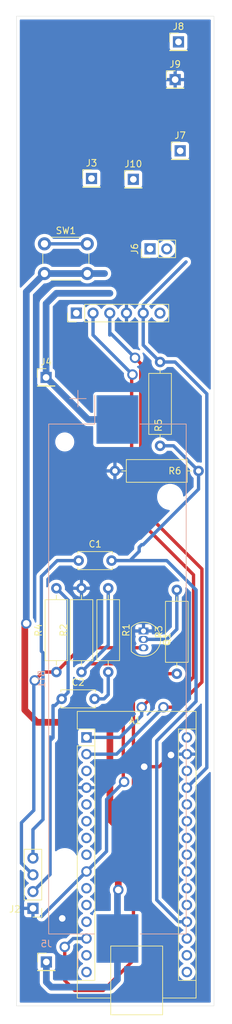
<source format=kicad_pcb>
(kicad_pcb (version 20240108) (generator "pcbnew") (generator_version "8.0")
  (layers (0 "F.Cu" signal) (31 "B.Cu" signal) (34 "B.Paste" user) (35 "F.Paste" user) (36 "B.SilkS" user "B.Silkscreen") (37 "F.SilkS" user "F.Silkscreen") (38 "B.Mask" user) (39 "F.Mask" user) (44 "Edge.Cuts" user))
  (net 0 "")
  (net 6 "Net-(A1-A0)")
  (net 7 "Net-(A1-D1{slash}TX)")
  (net 16 "Net-(A1-D0{slash}RX)")
  (net 19 "VCC")
  (net 26 "Net-(A1-D6)")
  (net 28 "Net-(A1-D10)")
  (net 29 "audio_out")
  (net 30 "audio_in")
  (net 31 "Net-(C2-Pad2)")
  (net 34 "GND")
  (net 35 "PTT")
  (net 36 "Net-(J7-Pin_1)")
  (net 37 "Net-(Q1-B)")
  (net 38 "Net-(BT1--)")
  (net 39 "Net-(BT1-+)")
  (footprint "Connector_PinHeader_2.54mm:PinHeader_1x06_P2.54mm_Vertical" (layer "F.Cu") (at 54.59 66.25 90)
    (property "Reference" "J1" (hide yes))
    (property "Value" "HC-05")
    (fp_line (start -1.33 -1.33) (end 0 -1.33) (stroke (width 0.12)) (layer "F.SilkS"))
    (fp_line (start -1.33 0) (end -1.33 -1.33) (stroke (width 0.12)) (layer "F.SilkS"))
    (fp_line (start 1.33 1.27) (end 1.33 14.03) (stroke (width 0.12)) (layer "F.SilkS"))
    (fp_line (start -1.33 1.27) (end 1.33 1.27) (stroke (width 0.12)) (layer "F.SilkS"))
    (fp_line (start -1.33 1.27) (end -1.33 14.03) (stroke (width 0.12)) (layer "F.SilkS"))
    (fp_line (start -1.33 14.03) (end 1.33 14.03) (stroke (width 0.12)) (layer "F.SilkS"))
    (pad "1" thru_hole rect (at 0 0 90) (size 1.7 1.7) (drill 1) (layers "*.Cu" "*.Mask"))
    (pad "2" thru_hole oval (at 0 2.54 90) (size 1.7 1.7) (drill 1) (layers "*.Cu" "*.Mask") (net 7 "Net-(A1-D1{slash}TX)"))
    (pad "3" thru_hole oval (at 0 5.08 90) (size 1.7 1.7) (drill 1) (layers "*.Cu" "*.Mask") (net 16 "Net-(A1-D0{slash}RX)"))
    (pad "4" thru_hole oval (at 0 7.62 90) (size 1.7 1.7) (drill 1) (layers "*.Cu" "*.Mask") (net 34 "GND"))
    (pad "5" thru_hole oval (at 0 10.16 90) (size 1.7 1.7) (drill 1) (layers "*.Cu" "*.Mask") (net 19 "VCC"))
    (pad "6" thru_hole oval (at 0 12.7 90) (size 1.7 1.7) (drill 1) (layers "*.Cu" "*.Mask"))
  )
  (footprint "Resistor_THT:R_Axial_DIN0309_L9.0mm_D3.2mm_P12.70mm_Horizontal" (layer "F.Cu") (at 73.152 90.17 180)
    (property "Reference" "R6" (at 3.6 0 0) (layer "F.SilkS"))
    (property "Value" "10k")
    (fp_line (start 11.66 0) (end 10.97 0) (stroke (width 0.12)) (layer "F.SilkS"))
    (fp_line (start 10.97 1.72) (end 10.97 -1.72) (stroke (width 0.12)) (layer "F.SilkS"))
    (fp_line (start 10.97 -1.72) (end 1.73 -1.72) (stroke (width 0.12)) (layer "F.SilkS"))
    (fp_line (start 1.73 1.72) (end 10.97 1.72) (stroke (width 0.12)) (layer "F.SilkS"))
    (fp_line (start 1.73 -1.72) (end 1.73 1.72) (stroke (width 0.12)) (layer "F.SilkS"))
    (fp_line (start 1.04 0) (end 1.73 0) (stroke (width 0.12)) (layer "F.SilkS"))
    (pad "1" thru_hole circle (at 0 0 180) (size 1.6 1.6) (drill 0.8) (layers "*.Cu" "*.Mask") (net 6 "Net-(A1-A0)"))
    (pad "2" thru_hole oval (at 12.7 0 180) (size 1.6 1.6) (drill 0.8) (layers "*.Cu" "*.Mask") (net 34 "GND"))
  )
  (footprint "Resistor_THT:R_Axial_DIN0309_L9.0mm_D3.2mm_P12.70mm_Horizontal" (layer "F.Cu") (at 69.85 120.904 90)
    (property "Reference" "R3" (at 6.35 -2.72 90) (layer "F.SilkS"))
    (property "Value" "1k")
    (fp_line (start 10.97 -1.72) (end 1.73 -1.72) (stroke (width 0.12)) (layer "F.SilkS"))
    (fp_line (start 1.73 -1.72) (end 1.73 1.72) (stroke (width 0.12)) (layer "F.SilkS"))
    (fp_line (start 11.66 0) (end 10.97 0) (stroke (width 0.12)) (layer "F.SilkS"))
    (fp_line (start 1.04 0) (end 1.73 0) (stroke (width 0.12)) (layer "F.SilkS"))
    (fp_line (start 10.97 1.72) (end 10.97 -1.72) (stroke (width 0.12)) (layer "F.SilkS"))
    (fp_line (start 1.73 1.72) (end 10.97 1.72) (stroke (width 0.12)) (layer "F.SilkS"))
    (pad "1" thru_hole circle (at 0 0 90) (size 1.6 1.6) (drill 0.8) (layers "*.Cu" "*.Mask") (net 28 "Net-(A1-D10)"))
    (pad "2" thru_hole oval (at 12.7 0 90) (size 1.6 1.6) (drill 0.8) (layers "*.Cu" "*.Mask") (net 37 "Net-(Q1-B)"))
  )
  (footprint "Capacitor_THT:C_Disc_D5.0mm_W2.5mm_P5.00mm" (layer "F.Cu") (at 52.364 124.714)
    (property "Reference" "C2" (at 2.5 -2.5 360) (layer "F.SilkS"))
    (property "Value" "100nf")
    (fp_line (start -0.12 -1.37) (end -0.12 -1.055) (stroke (width 0.12)) (layer "F.SilkS"))
    (fp_line (start -0.12 -1.37) (end 5.12 -1.37) (stroke (width 0.12)) (layer "F.SilkS"))
    (fp_line (start -0.12 1.055) (end -0.12 1.37) (stroke (width 0.12)) (layer "F.SilkS"))
    (fp_line (start -0.12 1.37) (end 5.12 1.37) (stroke (width 0.12)) (layer "F.SilkS"))
    (fp_line (start 5.12 -1.37) (end 5.12 -1.055) (stroke (width 0.12)) (layer "F.SilkS"))
    (fp_line (start 5.12 1.055) (end 5.12 1.37) (stroke (width 0.12)) (layer "F.SilkS"))
    (pad "1" thru_hole circle (at 0 0) (size 1.6 1.6) (drill 0.8) (layers "*.Cu" "*.Mask") (net 30 "audio_in"))
    (pad "2" thru_hole circle (at 5 0) (size 1.6 1.6) (drill 0.8) (layers "*.Cu" "*.Mask") (net 31 "Net-(C2-Pad2)"))
  )
  (footprint "Connector_PinHeader_2.54mm:PinHeader_1x01_P2.54mm_Vertical" (layer "F.Cu") (at 69.596 30.861)
    (property "Reference" "J9" (at 0 -2.33 0) (layer "F.SilkS"))
    (property "Value" "GND")
    (fp_line (start -1.33 -1.33) (end 0 -1.33) (stroke (width 0.12)) (layer "F.SilkS"))
    (fp_line (start -1.33 0) (end -1.33 -1.33) (stroke (width 0.12)) (layer "F.SilkS"))
    (fp_line (start -1.33 1.27) (end -1.33 1.33) (stroke (width 0.12)) (layer "F.SilkS"))
    (fp_line (start -1.33 1.27) (end 1.33 1.27) (stroke (width 0.12)) (layer "F.SilkS"))
    (fp_line (start -1.33 1.33) (end 1.33 1.33) (stroke (width 0.12)) (layer "F.SilkS"))
    (fp_line (start 1.33 1.27) (end 1.33 1.33) (stroke (width 0.12)) (layer "F.SilkS"))
    (pad "1" thru_hole rect (at 0 0) (size 1.7 1.7) (drill 1) (layers "*.Cu" "*.Mask") (net 34 "GND"))
  )
  (footprint "Connector_PinHeader_2.54mm:PinHeader_1x01_P2.54mm_Vertical" (layer "F.Cu") (at 63.246 45.974)
    (property "Reference" "J10" (at 0 -2.33 0) (layer "F.SilkS"))
    (property "Value" "Bat_Plus")
    (fp_line (start -1.33 -1.33) (end 0 -1.33) (stroke (width 0.12)) (layer "F.SilkS"))
    (fp_line (start -1.33 0) (end -1.33 -1.33) (stroke (width 0.12)) (layer "F.SilkS"))
    (fp_line (start -1.33 1.27) (end -1.33 1.33) (stroke (width 0.12)) (layer "F.SilkS"))
    (fp_line (start -1.33 1.27) (end 1.33 1.27) (stroke (width 0.12)) (layer "F.SilkS"))
    (fp_line (start -1.33 1.33) (end 1.33 1.33) (stroke (width 0.12)) (layer "F.SilkS"))
    (fp_line (start 1.33 1.27) (end 1.33 1.33) (stroke (width 0.12)) (layer "F.SilkS"))
    (pad "1" thru_hole rect (at 0 0) (size 1.7 1.7) (drill 1) (layers "*.Cu" "*.Mask") (net 39 "Net-(BT1-+)"))
  )
  (footprint "Connector_PinHeader_2.54mm:PinHeader_1x01_P2.54mm_Vertical" (layer "F.Cu") (at 56.896 45.847)
    (property "Reference" "J3" (at 0 -2.33 0) (layer "F.SilkS"))
    (property "Value" "Bat_GND")
    (fp_line (start -1.33 -1.33) (end 0 -1.33) (stroke (width 0.12)) (layer "F.SilkS"))
    (fp_line (start -1.33 0) (end -1.33 -1.33) (stroke (width 0.12)) (layer "F.SilkS"))
    (fp_line (start -1.33 1.27) (end -1.33 1.33) (stroke (width 0.12)) (layer "F.SilkS"))
    (fp_line (start -1.33 1.27) (end 1.33 1.27) (stroke (width 0.12)) (layer "F.SilkS"))
    (fp_line (start -1.33 1.33) (end 1.33 1.33) (stroke (width 0.12)) (layer "F.SilkS"))
    (fp_line (start 1.33 1.27) (end 1.33 1.33) (stroke (width 0.12)) (layer "F.SilkS"))
    (pad "1" thru_hole rect (at 0 0) (size 1.7 1.7) (drill 1) (layers "*.Cu" "*.Mask") (net 38 "Net-(BT1--)"))
  )
  (footprint "Connector_PinHeader_2.54mm:PinHeader_1x01_P2.54mm_Vertical" (layer "F.Cu") (at 70.358 41.656)
    (property "Reference" "J7" (at 0 -2.33 0) (layer "F.SilkS"))
    (property "Value" "Key")
    (fp_line (start -1.33 -1.33) (end 0 -1.33) (stroke (width 0.12)) (layer "F.SilkS"))
    (fp_line (start -1.33 0) (end -1.33 -1.33) (stroke (width 0.12)) (layer "F.SilkS"))
    (fp_line (start -1.33 1.27) (end -1.33 1.33) (stroke (width 0.12)) (layer "F.SilkS"))
    (fp_line (start -1.33 1.27) (end 1.33 1.27) (stroke (width 0.12)) (layer "F.SilkS"))
    (fp_line (start -1.33 1.33) (end 1.33 1.33) (stroke (width 0.12)) (layer "F.SilkS"))
    (fp_line (start 1.33 1.27) (end 1.33 1.33) (stroke (width 0.12)) (layer "F.SilkS"))
    (pad "1" thru_hole rect (at 0 0) (size 1.7 1.7) (drill 1) (layers "*.Cu" "*.Mask") (net 36 "Net-(J7-Pin_1)"))
  )
  (footprint "Connector_PinHeader_2.54mm:PinHeader_1x01_P2.54mm_Vertical" (layer "F.Cu") (at 50.038 164.592)
    (property "Reference" "J5" (at 0 -2.75 0) (layer "B.SilkS") (effects (justify mirror)))
    (property "Value" "Bat_GND")
    (fp_line (start -1.33 -1.33) (end 0 -1.33) (stroke (width 0.12)) (layer "F.SilkS"))
    (fp_line (start -1.33 0) (end -1.33 -1.33) (stroke (width 0.12)) (layer "F.SilkS"))
    (fp_line (start -1.33 1.27) (end -1.33 1.33) (stroke (width 0.12)) (layer "F.SilkS"))
    (fp_line (start -1.33 1.27) (end 1.33 1.27) (stroke (width 0.12)) (layer "F.SilkS"))
    (fp_line (start -1.33 1.33) (end 1.33 1.33) (stroke (width 0.12)) (layer "F.SilkS"))
    (fp_line (start 1.33 1.27) (end 1.33 1.33) (stroke (width 0.12)) (layer "F.SilkS"))
    (pad "1" thru_hole rect (at 0 0) (size 1.7 1.7) (drill 1) (layers "*.Cu" "*.Mask") (net 38 "Net-(BT1--)"))
  )
  (footprint "Connector_PinHeader_2.54mm:PinHeader_1x02_P2.54mm_Vertical" (layer "F.Cu") (at 65.786 56.515 90)
    (property "Reference" "J6" (at 0 -2.33 90) (layer "F.SilkS"))
    (property "Value" "Bat input")
    (fp_line (start -1.33 -1.33) (end 0 -1.33) (stroke (width 0.12)) (layer "F.SilkS"))
    (fp_line (start -1.33 0) (end -1.33 -1.33) (stroke (width 0.12)) (layer "F.SilkS"))
    (fp_line (start 1.33 1.27) (end 1.33 3.87) (stroke (width 0.12)) (layer "F.SilkS"))
    (fp_line (start -1.33 1.27) (end 1.33 1.27) (stroke (width 0.12)) (layer "F.SilkS"))
    (fp_line (start -1.33 1.27) (end -1.33 3.87) (stroke (width 0.12)) (layer "F.SilkS"))
    (fp_line (start -1.33 3.87) (end 1.33 3.87) (stroke (width 0.12)) (layer "F.SilkS"))
    (pad "1" thru_hole rect (at 0 0 90) (size 1.7 1.7) (drill 1) (layers "*.Cu" "*.Mask") (net 38 "Net-(BT1--)"))
    (pad "2" thru_hole oval (at 0 2.54 90) (size 1.7 1.7) (drill 1) (layers "*.Cu" "*.Mask") (net 39 "Net-(BT1-+)"))
  )
  (footprint "Package_TO_SOT_THT:TO-92_Inline" (layer "F.Cu") (at 64.791 114.427 -90)
    (property "Reference" "Q1" (at 1.27 -3.56 90) (layer "F.SilkS"))
    (property "Value" "PN2222A")
    (fp_line (start -0.53 1.85) (end 3.07 1.85) (stroke (width 0.12)) (layer "F.SilkS"))
    (fp_arc (start -0.568478 1.838478) (mid -1.132087 -0.994977) (end 1.27 -2.6) (stroke (width 0.12)) (layer "F.SilkS"))
    (fp_arc (start 1.27 -2.6) (mid 3.672087 -0.994977) (end 3.108478 1.838478) (stroke (width 0.12)) (layer "F.SilkS"))
    (pad "1" thru_hole rect (at 0 0 270) (size 1.05 1.5) (drill 0.75) (layers "*.Cu" "*.Mask") (net 34 "GND"))
    (pad "2" thru_hole oval (at 1.27 0 270) (size 1.05 1.5) (drill 0.75) (layers "*.Cu" "*.Mask") (net 37 "Net-(Q1-B)"))
    (pad "3" thru_hole oval (at 2.54 0 270) (size 1.05 1.5) (drill 0.75) (layers "*.Cu" "*.Mask") (net 35 "PTT"))
  )
  (footprint "Connector_PinHeader_2.54mm:PinHeader_1x04_P2.54mm_Vertical" (layer "F.Cu") (at 48.006 156.464 180)
    (property "Reference" "J2" (at 2.75 -0.13 0) (layer "F.SilkS"))
    (property "Value" "to_radio")
    (fp_line (start 1.33 1.27) (end 1.33 8.95) (stroke (width 0.12)) (layer "F.SilkS"))
    (fp_line (start -1.33 8.95) (end 1.33 8.95) (stroke (width 0.12)) (layer "F.SilkS"))
    (fp_line (start -1.33 1.27) (end 1.33 1.27) (stroke (width 0.12)) (layer "F.SilkS"))
    (fp_line (start -1.33 1.27) (end -1.33 8.95) (stroke (width 0.12)) (layer "F.SilkS"))
    (fp_line (start -1.33 0) (end -1.33 -1.33) (stroke (width 0.12)) (layer "F.SilkS"))
    (fp_line (start -1.33 -1.33) (end 0 -1.33) (stroke (width 0.12)) (layer "F.SilkS"))
    (pad "1" thru_hole rect (at 0 0 180) (size 1.7 1.7) (drill 1) (layers "*.Cu" "*.Mask") (net 34 "GND"))
    (pad "2" thru_hole oval (at 0 2.54 180) (size 1.7 1.7) (drill 1) (layers "*.Cu" "*.Mask") (net 30 "audio_in"))
    (pad "3" thru_hole oval (at 0 5.08 180) (size 1.7 1.7) (drill 1) (layers "*.Cu" "*.Mask") (net 35 "PTT"))
    (pad "4" thru_hole oval (at 0 7.62 180) (size 1.7 1.7) (drill 1) (layers "*.Cu" "*.Mask") (net 29 "audio_out"))
  )
  (footprint "Capacitor_THT:C_Disc_D5.0mm_W2.5mm_P5.00mm" (layer "F.Cu") (at 54.944 103.759)
    (property "Reference" "C1" (at 2.5 -2.5 360) (layer "F.SilkS"))
    (property "Value" "10nf")
    (fp_line (start -0.12 -1.37) (end -0.12 -1.055) (stroke (width 0.12)) (layer "F.SilkS"))
    (fp_line (start -0.12 -1.37) (end 5.12 -1.37) (stroke (width 0.12)) (layer "F.SilkS"))
    (fp_line (start -0.12 1.055) (end -0.12 1.37) (stroke (width 0.12)) (layer "F.SilkS"))
    (fp_line (start -0.12 1.37) (end 5.12 1.37) (stroke (width 0.12)) (layer "F.SilkS"))
    (fp_line (start 5.12 -1.37) (end 5.12 -1.055) (stroke (width 0.12)) (layer "F.SilkS"))
    (fp_line (start 5.12 1.055) (end 5.12 1.37) (stroke (width 0.12)) (layer "F.SilkS"))
    (pad "1" thru_hole circle (at 0 0) (size 1.6 1.6) (drill 0.8) (layers "*.Cu" "*.Mask") (net 29 "audio_out"))
    (pad "2" thru_hole circle (at 5 0) (size 1.6 1.6) (drill 0.8) (layers "*.Cu" "*.Mask") (net 6 "Net-(A1-A0)"))
  )
  (footprint "Resistor_THT:R_Axial_DIN0309_L9.0mm_D3.2mm_P12.70mm_Horizontal" (layer "F.Cu") (at 55.372 120.65 90)
    (property "Reference" "R2" (at 6.35 -2.72 90) (layer "F.SilkS"))
    (property "Value" "10k")
    (fp_line (start 10.97 -1.72) (end 1.73 -1.72) (stroke (width 0.12)) (layer "F.SilkS"))
    (fp_line (start 1.73 -1.72) (end 1.73 1.72) (stroke (width 0.12)) (layer "F.SilkS"))
    (fp_line (start 11.66 0) (end 10.97 0) (stroke (width 0.12)) (layer "F.SilkS"))
    (fp_line (start 1.04 0) (end 1.73 0) (stroke (width 0.12)) (layer "F.SilkS"))
    (fp_line (start 10.97 1.72) (end 10.97 -1.72) (stroke (width 0.12)) (layer "F.SilkS"))
    (fp_line (start 1.73 1.72) (end 10.97 1.72) (stroke (width 0.12)) (layer "F.SilkS"))
    (pad "1" thru_hole circle (at 0 0 90) (size 1.6 1.6) (drill 0.8) (layers "*.Cu" "*.Mask") (net 26 "Net-(A1-D6)"))
    (pad "2" thru_hole oval (at 12.7 0 90) (size 1.6 1.6) (drill 0.8) (layers "*.Cu" "*.Mask") (net 34 "GND"))
  )
  (footprint "Resistor_THT:R_Axial_DIN0309_L9.0mm_D3.2mm_P12.70mm_Horizontal" (layer "F.Cu") (at 67.31 73.66 -90)
    (property "Reference" "R5" (at 9.6 0.25 90) (layer "F.SilkS"))
    (property "Value" "10k")
    (fp_line (start 1.73 1.72) (end 10.97 1.72) (stroke (width 0.12)) (layer "F.SilkS"))
    (fp_line (start 10.97 1.72) (end 10.97 -1.72) (stroke (width 0.12)) (layer "F.SilkS"))
    (fp_line (start 1.04 0) (end 1.73 0) (stroke (width 0.12)) (layer "F.SilkS"))
    (fp_line (start 11.66 0) (end 10.97 0) (stroke (width 0.12)) (layer "F.SilkS"))
    (fp_line (start 1.73 -1.72) (end 1.73 1.72) (stroke (width 0.12)) (layer "F.SilkS"))
    (fp_line (start 10.97 -1.72) (end 1.73 -1.72) (stroke (width 0.12)) (layer "F.SilkS"))
    (pad "1" thru_hole circle (at 0 0 270) (size 1.6 1.6) (drill 0.8) (layers "*.Cu" "*.Mask") (net 19 "VCC"))
    (pad "2" thru_hole oval (at 12.7 0 270) (size 1.6 1.6) (drill 0.8) (layers "*.Cu" "*.Mask") (net 6 "Net-(A1-A0)"))
  )
  (footprint "Module:Arduino_Nano" (layer "F.Cu") (at 56.134 130.556)
    (property "Reference" "A1" (at 7.366 -2.54 0) (layer "F.SilkS"))
    (property "Value" "Arduino_Nano_v3.x" (hide yes))
    (fp_line (start -1.4 -3.94) (end -1.4 -1.27) (stroke (width 0.12)) (layer "F.SilkS"))
    (fp_line (start -1.4 1.27) (end -1.4 39.5) (stroke (width 0.12)) (layer "F.SilkS"))
    (fp_line (start -1.4 39.5) (end 3.68 39.5) (stroke (width 0.12)) (layer "F.SilkS"))
    (fp_line (start 1.27 -1.27) (end -1.4 -1.27) (stroke (width 0.12)) (layer "F.SilkS"))
    (fp_line (start 1.27 1.27) (end -1.4 1.27) (stroke (width 0.12)) (layer "F.SilkS"))
    (fp_line (start 1.27 1.27) (end 1.27 -1.27) (stroke (width 0.12)) (layer "F.SilkS"))
    (fp_line (start 1.27 1.27) (end 1.27 36.83) (stroke (width 0.12)) (layer "F.SilkS"))
    (fp_line (start 1.27 36.83) (end -1.4 36.83) (stroke (width 0.12)) (layer "F.SilkS"))
    (fp_line (start 3.68 31.62) (end 11.56 31.62) (stroke (width 0.12)) (layer "F.SilkS"))
    (fp_line (start 3.68 42.04) (end 3.68 31.62) (stroke (width 0.12)) (layer "F.SilkS"))
    (fp_line (start 11.56 31.62) (end 11.56 42.04) (stroke (width 0.12)) (layer "F.SilkS"))
    (fp_line (start 11.56 42.04) (end 3.68 42.04) (stroke (width 0.12)) (layer "F.SilkS"))
    (fp_line (start 13.97 -1.27) (end 13.97 36.83) (stroke (width 0.12)) (layer "F.SilkS"))
    (fp_line (start 13.97 -1.27) (end 16.64 -1.27) (stroke (width 0.12)) (layer "F.SilkS"))
    (fp_line (start 13.97 36.83) (end 16.64 36.83) (stroke (width 0.12)) (layer "F.SilkS"))
    (fp_line (start 16.64 -3.94) (end -1.4 -3.94) (stroke (width 0.12)) (layer "F.SilkS"))
    (fp_line (start 16.64 39.5) (end 11.56 39.5) (stroke (width 0.12)) (layer "F.SilkS"))
    (fp_line (start 16.64 39.5) (end 16.64 -3.94) (stroke (width 0.12)) (layer "F.SilkS"))
    (pad "1" thru_hole rect (at 0 0) (size 1.6 1.6) (drill 1) (layers "*.Cu" "*.Mask") (net 7 "Net-(A1-D1{slash}TX)"))
    (pad "2" thru_hole oval (at 0 2.54) (size 1.6 1.6) (drill 1) (layers "*.Cu" "*.Mask") (net 16 "Net-(A1-D0{slash}RX)"))
    (pad "3" thru_hole oval (at 0 5.08) (size 1.6 1.6) (drill 1) (layers "*.Cu" "*.Mask"))
    (pad "4" thru_hole oval (at 0 7.62) (size 1.6 1.6) (drill 1) (layers "*.Cu" "*.Mask") (net 34 "GND"))
    (pad "5" thru_hole oval (at 0 10.16) (size 1.6 1.6) (drill 1) (layers "*.Cu" "*.Mask"))
    (pad "6" thru_hole oval (at 0 12.7) (size 1.6 1.6) (drill 1) (layers "*.Cu" "*.Mask"))
    (pad "7" thru_hole oval (at 0 15.24) (size 1.6 1.6) (drill 1) (layers "*.Cu" "*.Mask"))
    (pad "8" thru_hole oval (at 0 17.78) (size 1.6 1.6) (drill 1) (layers "*.Cu" "*.Mask"))
    (pad "9" thru_hole oval (at 0 20.32) (size 1.6 1.6) (drill 1) (layers "*.Cu" "*.Mask") (net 26 "Net-(A1-D6)"))
    (pad "10" thru_hole oval (at 0 22.86) (size 1.6 1.6) (drill 1) (layers "*.Cu" "*.Mask"))
    (pad "11" thru_hole oval (at 0 25.4) (size 1.6 1.6) (drill 1) (layers "*.Cu" "*.Mask"))
    (pad "12" thru_hole oval (at 0 27.94) (size 1.6 1.6) (drill 1) (layers "*.Cu" "*.Mask"))
    (pad "13" thru_hole oval (at 0 30.48) (size 1.6 1.6) (drill 1) (layers "*.Cu" "*.Mask") (net 28 "Net-(A1-D10)"))
    (pad "14" thru_hole oval (at 0 33.02) (size 1.6 1.6) (drill 1) (layers "*.Cu" "*.Mask"))
    (pad "15" thru_hole oval (at 0 35.56) (size 1.6 1.6) (drill 1) (layers "*.Cu" "*.Mask"))
    (pad "16" thru_hole oval (at 15.24 35.56) (size 1.6 1.6) (drill 1) (layers "*.Cu" "*.Mask"))
    (pad "17" thru_hole oval (at 15.24 33.02) (size 1.6 1.6) (drill 1) (layers "*.Cu" "*.Mask"))
    (pad "18" thru_hole oval (at 15.24 30.48) (size 1.6 1.6) (drill 1) (layers "*.Cu" "*.Mask"))
    (pad "19" thru_hole oval (at 15.24 27.94) (size 1.6 1.6) (drill 1) (layers "*.Cu" "*.Mask") (net 6 "Net-(A1-A0)"))
    (pad "20" thru_hole oval (at 15.24 25.4) (size 1.6 1.6) (drill 1) (layers "*.Cu" "*.Mask"))
    (pad "21" thru_hole oval (at 15.24 22.86) (size 1.6 1.6) (drill 1) (layers "*.Cu" "*.Mask"))
    (pad "22" thru_hole oval (at 15.24 20.32) (size 1.6 1.6) (drill 1) (layers "*.Cu" "*.Mask"))
    (pad "23" thru_hole oval (at 15.24 17.78) (size 1.6 1.6) (drill 1) (layers "*.Cu" "*.Mask"))
    (pad "24" thru_hole oval (at 15.24 15.24) (size 1.6 1.6) (drill 1) (layers "*.Cu" "*.Mask"))
    (pad "25" thru_hole oval (at 15.24 12.7) (size 1.6 1.6) (drill 1) (layers "*.Cu" "*.Mask"))
    (pad "26" thru_hole oval (at 15.24 10.16) (size 1.6 1.6) (drill 1) (layers "*.Cu" "*.Mask"))
    (pad "27" thru_hole oval (at 15.24 7.62) (size 1.6 1.6) (drill 1) (layers "*.Cu" "*.Mask") (net 19 "VCC"))
    (pad "28" thru_hole oval (at 15.24 5.08) (size 1.6 1.6) (drill 1) (layers "*.Cu" "*.Mask"))
    (pad "29" thru_hole oval (at 15.24 2.54) (size 1.6 1.6) (drill 1) (layers "*.Cu" "*.Mask") (net 34 "GND"))
    (pad "30" thru_hole oval (at 15.24 0) (size 1.6 1.6) (drill 1) (layers "*.Cu" "*.Mask"))
  )
  (footprint "Resistor_THT:R_Axial_DIN0309_L9.0mm_D3.2mm_P12.70mm_Horizontal" (layer "F.Cu") (at 51.562 120.65 90)
    (property "Reference" "R4" (at 6.35 -2.72 90) (layer "F.SilkS"))
    (property "Value" "2.2k")
    (fp_line (start 10.97 -1.72) (end 1.73 -1.72) (stroke (width 0.12)) (layer "F.SilkS"))
    (fp_line (start 1.73 -1.72) (end 1.73 1.72) (stroke (width 0.12)) (layer "F.SilkS"))
    (fp_line (start 11.66 0) (end 10.97 0) (stroke (width 0.12)) (layer "F.SilkS"))
    (fp_line (start 1.04 0) (end 1.73 0) (stroke (width 0.12)) (layer "F.SilkS"))
    (fp_line (start 10.97 1.72) (end 10.97 -1.72) (stroke (width 0.12)) (layer "F.SilkS"))
    (fp_line (start 1.73 1.72) (end 10.97 1.72) (stroke (width 0.12)) (layer "F.SilkS"))
    (pad "1" thru_hole circle (at 0 0 90) (size 1.6 1.6) (drill 0.8) (layers "*.Cu" "*.Mask") (net 35 "PTT"))
    (pad "2" thru_hole oval (at 12.7 0 90) (size 1.6 1.6) (drill 0.8) (layers "*.Cu" "*.Mask") (net 30 "audio_in"))
  )
  (footprint "Resistor_THT:R_Axial_DIN0309_L9.0mm_D3.2mm_P12.70mm_Horizontal" (layer "F.Cu") (at 59.436 107.95 -90)
    (property "Reference" "R1" (at 6.35 -2.72 90) (layer "F.SilkS"))
    (property "Value" "100k")
    (fp_line (start 1.73 1.72) (end 10.97 1.72) (stroke (width 0.12)) (layer "F.SilkS"))
    (fp_line (start 10.97 1.72) (end 10.97 -1.72) (stroke (width 0.12)) (layer "F.SilkS"))
    (fp_line (start 1.04 0) (end 1.73 0) (stroke (width 0.12)) (layer "F.SilkS"))
    (fp_line (start 11.66 0) (end 10.97 0) (stroke (width 0.12)) (layer "F.SilkS"))
    (fp_line (start 1.73 -1.72) (end 1.73 1.72) (stroke (width 0.12)) (layer "F.SilkS"))
    (fp_line (start 10.97 -1.72) (end 1.73 -1.72) (stroke (width 0.12)) (layer "F.SilkS"))
    (pad "1" thru_hole circle (at 0 0 270) (size 1.6 1.6) (drill 0.8) (layers "*.Cu" "*.Mask") (net 26 "Net-(A1-D6)"))
    (pad "2" thru_hole oval (at 12.7 0 270) (size 1.6 1.6) (drill 0.8) (layers "*.Cu" "*.Mask") (net 31 "Net-(C2-Pad2)"))
  )
  (footprint "Connector_PinHeader_2.54mm:PinHeader_1x01_P2.54mm_Vertical" (layer "F.Cu") (at 50 76)
    (property "Reference" "J4" (at 0 -2.33 0) (layer "F.SilkS"))
    (property "Value" "Bat_Plus")
    (fp_line (start -1.33 -1.33) (end 0 -1.33) (stroke (width 0.12)) (layer "F.SilkS"))
    (fp_line (start -1.33 0) (end -1.33 -1.33) (stroke (width 0.12)) (layer "F.SilkS"))
    (fp_line (start -1.33 1.27) (end -1.33 1.33) (stroke (width 0.12)) (layer "F.SilkS"))
    (fp_line (start -1.33 1.27) (end 1.33 1.27) (stroke (width 0.12)) (layer "F.SilkS"))
    (fp_line (start -1.33 1.33) (end 1.33 1.33) (stroke (width 0.12)) (layer "F.SilkS"))
    (fp_line (start 1.33 1.27) (end 1.33 1.33) (stroke (width 0.12)) (layer "F.SilkS"))
    (pad "1" thru_hole rect (at 0 0) (size 1.7 1.7) (drill 1) (layers "*.Cu" "*.Mask") (net 39 "Net-(BT1-+)"))
  )
  (footprint "Button_Switch_THT:SW_PUSH_6mm" (layer "F.Cu") (at 49.75 55.75)
    (property "Reference" "SW1" (at 3.25 -2 0) (layer "F.SilkS"))
    (property "Value" "SW_Push")
    (fp_line (start -0.25 1.5) (end -0.25 3) (stroke (width 0.12)) (layer "F.SilkS"))
    (fp_line (start 1 5.5) (end 5.5 5.5) (stroke (width 0.12)) (layer "F.SilkS"))
    (fp_line (start 5.5 -1) (end 1 -1) (stroke (width 0.12)) (layer "F.SilkS"))
    (fp_line (start 6.75 3) (end 6.75 1.5) (stroke (width 0.12)) (layer "F.SilkS"))
    (pad "1" thru_hole circle (at 0 0 90) (size 2 2) (drill 1.1) (layers "*.Cu" "*.Mask") (net 36 "Net-(J7-Pin_1)"))
    (pad "1" thru_hole circle (at 6.5 0 90) (size 2 2) (drill 1.1) (layers "*.Cu" "*.Mask") (net 36 "Net-(J7-Pin_1)"))
    (pad "2" thru_hole circle (at 0 4.5 90) (size 2 2) (drill 1.1) (layers "*.Cu" "*.Mask") (net 38 "Net-(BT1--)"))
    (pad "2" thru_hole circle (at 6.5 4.5 90) (size 2 2) (drill 1.1) (layers "*.Cu" "*.Mask") (net 38 "Net-(BT1--)"))
  )
  (footprint "Connector_PinHeader_2.54mm:PinHeader_1x01_P2.54mm_Vertical" (layer "F.Cu") (at 70.104 25.146)
    (property "Reference" "J8" (at 0 -2.33 0) (layer "F.SilkS"))
    (property "Value" "5V")
    (fp_line (start -1.33 -1.33) (end 0 -1.33) (stroke (width 0.12)) (layer "F.SilkS"))
    (fp_line (start -1.33 0) (end -1.33 -1.33) (stroke (width 0.12)) (layer "F.SilkS"))
    (fp_line (start -1.33 1.27) (end -1.33 1.33) (stroke (width 0.12)) (layer "F.SilkS"))
    (fp_line (start -1.33 1.27) (end 1.33 1.27) (stroke (width 0.12)) (layer "F.SilkS"))
    (fp_line (start -1.33 1.33) (end 1.33 1.33) (stroke (width 0.12)) (layer "F.SilkS"))
    (fp_line (start 1.33 1.27) (end 1.33 1.33) (stroke (width 0.12)) (layer "F.SilkS"))
    (pad "1" thru_hole rect (at 0 0) (size 1.7 1.7) (drill 1) (layers "*.Cu" "*.Mask") (net 19 "VCC"))
  )
  (footprint "Battery:BatteryHolder_Keystone_1042_1x18650" (layer "B.Cu") (at 60.832 121.706 -90)
    (property "Reference" "BT1" (at 0 11.5 90) (layer "B.SilkS") (effects (justify mirror)))
    (property "Value" "Battery_Cell")
    (fp_line (start -38.64 10.44) (end 38.64 10.44) (stroke (width 0.12)) (layer "B.SilkS"))
    (fp_line (start 38.64 10.42) (end 38.64 3.44) (stroke (width 0.12)) (layer "B.SilkS"))
    (fp_line (start -42.5 7.25) (end -42.5 4.75) (stroke (width 0.12)) (layer "B.SilkS"))
    (fp_line (start -41.25 6) (end -43.75 6) (stroke (width 0.12)) (layer "B.SilkS"))
    (fp_line (start 41.25 6) (end 43.75 6) (stroke (width 0.12)) (layer "B.SilkS"))
    (fp_line (start -43 3.44) (end -38.64 3.44) (stroke (width 0.12)) (layer "B.SilkS"))
    (fp_line (start -38.64 3.44) (end -38.64 10.44) (stroke (width 0.12)) (layer "B.SilkS"))
    (fp_line (start -38.64 -3.44) (end -38.64 -10.44) (stroke (width 0.12)) (layer "B.SilkS"))
    (fp_line (start -38.64 -10.44) (end 38.64 -10.44) (stroke (width 0.12)) (layer "B.SilkS"))
    (fp_line (start 38.64 -10.44) (end 38.64 -3.44) (stroke (width 0.12)) (layer "B.SilkS"))
    (pad "" np_thru_hole circle (at -35.93 8 270) (size 2.39 2.39) (drill 2.39) (layers "*.Cu" "*.Mask"))
    (pad "" np_thru_hole circle (at -27.6 -8 270) (size 3.45 3.45) (drill 3.45) (layers "*.Cu" "*.Mask"))
    (pad "" np_thru_hole circle (at 27.6 8 270) (size 3.45 3.45) (drill 3.45) (layers "*.Cu" "*.Mask"))
    (pad "1" smd rect (at -39.33 0 270) (size 7.34 6.35) (layers "B.Cu" "B.Paste" "B.Mask") (net 39 "Net-(BT1-+)"))
    (pad "2" smd rect (at 39.33 0 270) (size 7.34 6.35) (layers "B.Cu" "B.Paste" "B.Mask") (net 38 "Net-(BT1--)"))
  )
  (gr_rect (start 45.5 21.25) (end 75.5 171.25) (stroke (width 0.05)) (fill none) (layer "Edge.Cuts"))
  (segment (start 68.326 103.759) (end 59.944 103.759) (width 0.508) (layer "B.Cu") (net 6))
  (segment (start 62.738 103.759) (end 64.135 102.362) (width 0.508) (layer "B.Cu") (net 6))
  (segment (start 72.771 108.204) (end 68.326 103.759) (width 0.508) (layer "B.Cu") (net 6))
  (segment (start 66.802 155.194) (end 66.802 131.064) (width 0.508) (layer "B.Cu") (net 6))
  (segment (start 64.135 102.362) (end 64.135 101.727) (width 0.508) (layer "B.Cu") (net 6))
  (segment (start 64.744282 101.346) (end 73.152 92.938282) (width 0.508) (layer "B.Cu") (net 6))
  (segment (start 67.31 86.36) (end 69.342 86.36) (width 0.508) (layer "B.Cu") (net 6))
  (segment (start 59.944 103.759) (end 62.738 103.759) (width 0.508) (layer "B.Cu") (net 6))
  (segment (start 72.771 125.095) (end 72.771 108.204) (width 0.508) (layer "B.Cu") (net 6))
  (segment (start 66.802 131.064) (end 72.771 125.095) (width 0.508) (layer "B.Cu") (net 6))
  (segment (start 73.152 92.938282) (end 73.152 90.17) (width 0.508) (layer "B.Cu") (net 6))
  (segment (start 71.374 158.496) (end 70.104 158.496) (width 0.508) (layer "B.Cu") (net 6))
  (segment (start 70.104 158.496) (end 66.802 155.194) (width 0.508) (layer "B.Cu") (net 6))
  (segment (start 64.516 101.346) (end 64.744282 101.346) (width 0.508) (layer "B.Cu") (net 6))
  (segment (start 64.135 101.727) (end 64.516 101.346) (width 0.508) (layer "B.Cu") (net 6))
  (segment (start 69.342 86.36) (end 73.152 90.17) (width 0.508) (layer "B.Cu") (net 6))
  (segment (start 66.548 123.952) (end 68.453 123.952) (width 0.508) (layer "F.Cu") (net 7))
  (segment (start 68.453 123.952) (end 69.85 123.952) (width 0.508) (layer "F.Cu") (net 7))
  (segment (start 70.485 123.317) (end 72.39 121.412) (width 0.508) (layer "F.Cu") (net 7))
  (segment (start 72.39 105.918) (end 71.3105 104.8385) (width 0.508) (layer "F.Cu") (net 7))
  (segment (start 64.516 125.984) (end 66.548 123.952) (width 0.508) (layer "F.Cu") (net 7))
  (segment (start 62.992 96.52) (end 62.992 75.565) (width 0.508) (layer "F.Cu") (net 7))
  (segment (start 71.3105 104.8385) (end 70.993 104.521) (width 0.508) (layer "F.Cu") (net 7))
  (segment (start 69.85 123.952) (end 70.485 123.317) (width 0.508) (layer "F.Cu") (net 7))
  (segment (start 71.3105 104.8385) (end 62.992 96.52) (width 0.508) (layer "F.Cu") (net 7))
  (segment (start 72.39 121.412) (end 72.39 105.918) (width 0.508) (layer "F.Cu") (net 7))
  (via (at 64.516 125.984) (size 1.6) (drill 1) (layers "F.Cu" "B.Cu") (net 7))
  (via (at 63.119 75.565) (size 1.6) (drill 1) (layers "F.Cu" "B.Cu") (net 7))
  (segment (start 57.13 66.25) (end 57.13 69.576) (width 0.508) (layer "B.Cu") (net 7))
  (segment (start 57.13 69.576) (end 63.119 75.565) (width 0.508) (layer "B.Cu") (net 7))
  (segment (start 56.134 130.556) (end 61.214 130.556) (width 0.508) (layer "B.Cu") (net 7))
  (segment (start 64.516 127.254) (end 64.516 125.984) (width 0.508) (layer "B.Cu") (net 7))
  (segment (start 61.214 130.556) (end 64.516 127.254) (width 0.508) (layer "B.Cu") (net 7))
  (segment (start 64.373 73.898) (end 63.5 73.025) (width 0.508) (layer "F.Cu") (net 16))
  (segment (start 73.66 122.174) (end 73.66 105.029) (width 0.508) (layer "F.Cu") (net 16))
  (segment (start 69.0245 100.3935) (end 68.707 100.076) (width 0.508) (layer "F.Cu") (net 16))
  (segment (start 67.818 125.984) (end 69.85 125.984) (width 0.508) (layer "F.Cu") (net 16))
  (segment (start 64.373 95.742) (end 64.373 73.898) (width 0.508) (layer "F.Cu") (net 16))
  (segment (start 69.85 125.984) (end 73.66 122.174) (width 0.508) (layer "F.Cu") (net 16))
  (segment (start 69.0245 100.3935) (end 64.373 95.742) (width 0.508) (layer "F.Cu") (net 16))
  (segment (start 73.66 105.029) (end 69.0245 100.3935) (width 0.508) (layer "F.Cu") (net 16))
  (via (at 67.818 125.984) (size 1.6) (drill 1) (layers "F.Cu" "B.Cu") (net 16))
  (via (at 63.5 73.025) (size 1.6) (drill 1) (layers "F.Cu" "B.Cu") (net 16))
  (segment (start 59.817 69.342) (end 59.67 69.342) (width 0.508) (layer "B.Cu") (net 16))
  (segment (start 56.134 133.096) (end 60.706 133.096) (width 0.508) (layer "B.Cu") (net 16))
  (segment (start 60.706 133.096) (end 67.818 125.984) (width 0.508) (layer "B.Cu") (net 16))
  (segment (start 59.67 66.25) (end 59.67 69.342) (width 0.508) (layer "B.Cu") (net 16))
  (segment (start 59.67 69.342) (end 59.67 69.576) (width 0.508) (layer "B.Cu") (net 16))
  (segment (start 63.5 73.025) (end 59.817 69.342) (width 0.508) (layer "B.Cu") (net 16))
  (segment (start 71.25 58.5) (end 66.25 63.5) (width 0.508) (layer "B.Cu") (net 19))
  (segment (start 64.75 66.25) (end 64.75 71.1) (width 0.508) (layer "B.Cu") (net 19))
  (segment (start 64.75 71.1) (end 67.31 73.66) (width 0.508) (layer "B.Cu") (net 19))
  (segment (start 69.581263 73.66) (end 74.406 78.484737) (width 0.508) (layer "B.Cu") (net 19))
  (segment (start 74.406 78.484737) (end 74.406 135.144) (width 0.508) (layer "B.Cu") (net 19))
  (segment (start 74.406 135.144) (end 71.374 138.176) (width 0.508) (layer "B.Cu") (net 19))
  (segment (start 67.31 73.66) (end 69.581263 73.66) (width 0.508) (layer "B.Cu") (net 19))
  (segment (start 66.25 63.5) (end 64.75 65) (width 0.508) (layer "B.Cu") (net 19))
  (segment (start 64.75 65) (end 64.75 66.25) (width 0.508) (layer "B.Cu") (net 19))
  (segment (start 56.626 119.396) (end 55.372 120.65) (width 0.508) (layer "F.Cu") (net 26))
  (segment (start 61.849 137.287) (end 61.722 137.16) (width 0.508) (layer "F.Cu") (net 26))
  (segment (start 61.722 137.16) (end 61.722 128.778) (width 0.508) (layer "F.Cu") (net 26))
  (segment (start 61.722 128.778) (end 61.722 120.269) (width 0.508) (layer "F.Cu") (net 26))
  (segment (start 60.849 119.396) (end 56.626 119.396) (width 0.508) (layer "F.Cu") (net 26))
  (segment (start 61.722 120.269) (end 60.849 119.396) (width 0.508) (layer "F.Cu") (net 26))
  (via (at 61.849 137.287) (size 1.6) (drill 1) (layers "F.Cu" "B.Cu") (net 26))
  (segment (start 59.436 107.95) (end 59.436 116.586) (width 0.508) (layer "B.Cu") (net 26))
  (segment (start 59.182 139.954) (end 59.182 147.828) (width 0.508) (layer "B.Cu") (net 26))
  (segment (start 59.436 116.586) (end 55.372 120.65) (width 0.508) (layer "B.Cu") (net 26))
  (segment (start 49.31 157.7) (end 56.134 150.876) (width 0.508) (layer "B.Cu") (net 26))
  (segment (start 61.849 137.287) (end 59.182 139.954) (width 0.508) (layer "B.Cu") (net 26))
  (segment (start 59.182 147.828) (end 49.31 157.7) (width 0.508) (layer "B.Cu") (net 26))
  (segment (start 63.262 164.322) (end 58.674 168.91) (width 0.508) (layer "F.Cu") (net 28))
  (segment (start 58.674 168.91) (end 54.356 168.91) (width 0.508) (layer "F.Cu") (net 28))
  (segment (start 63.262 124.45563) (end 63.262 164.322) (width 0.508) (layer "F.Cu") (net 28))
  (segment (start 65.601315 122.116315) (end 63.262 124.45563) (width 0.508) (layer "F.Cu") (net 28))
  (segment (start 54.356 168.91) (end 52.832 167.386) (width 0.508) (layer "F.Cu") (net 28))
  (segment (start 69.85 120.904) (end 66.81363 120.904) (width 0.508) (layer "F.Cu") (net 28))
  (segment (start 66.81363 120.904) (end 65.601315 122.116315) (width 0.508) (layer "F.Cu") (net 28))
  (segment (start 66.55963 121.158) (end 65.601315 122.116315) (width 0.508) (layer "F.Cu") (net 28))
  (segment (start 52.832 167.386) (end 52.832 162.306) (width 0.508) (layer "F.Cu") (net 28))
  (via (at 52.832 162.306) (size 1.6) (drill 1) (layers "F.Cu" "B.Cu") (net 28))
  (segment (start 56.134 161.036) (end 54.102 161.036) (width 0.508) (layer "B.Cu") (net 28))
  (segment (start 54.102 161.036) (end 52.832 162.306) (width 0.508) (layer "B.Cu") (net 28))
  (segment (start 52.832 162.306) (end 52.578 162.56) (width 0.508) (layer "B.Cu") (net 28))
  (segment (start 54.944 103.759) (end 51.689 103.759) (width 0.508) (layer "B.Cu") (net 29))
  (segment (start 49.276 106.172) (end 49.276 117.475) (width 0.508) (layer "B.Cu") (net 29))
  (segment (start 51.689 103.759) (end 49.276 106.172) (width 0.508) (layer "B.Cu") (net 29))
  (segment (start 49.53 143.002) (end 48.006 144.526) (width 0.508) (layer "B.Cu") (net 29))
  (segment (start 48.514 148.336) (end 48.006 148.844) (width 0.508) (layer "B.Cu") (net 29))
  (segment (start 48.006 144.526) (end 48.006 148.844) (width 0.508) (layer "B.Cu") (net 29))
  (segment (start 49.276 117.475) (end 49.53 117.729) (width 0.508) (layer "B.Cu") (net 29))
  (segment (start 49.53 117.729) (end 49.53 143.002) (width 0.508) (layer "B.Cu") (net 29))
  (segment (start 50.603 131.064) (end 50.603 130.499) (width 0.508) (layer "B.Cu") (net 30))
  (segment (start 51.054 130.613) (end 50.603 131.064) (width 0.508) (layer "B.Cu") (net 30))
  (segment (start 51.348 125.73) (end 51.054 125.73) (width 0.508) (layer "B.Cu") (net 30))
  (segment (start 51.054 125.73) (end 51.054 130.613) (width 0.508) (layer "B.Cu") (net 30))
  (segment (start 50.603 151.327) (end 50.603 131.064) (width 0.508) (layer "B.Cu") (net 30))
  (segment (start 48.006 153.924) (end 50.603 151.327) (width 0.508) (layer "B.Cu") (net 30))
  (segment (start 53.34 123.738) (end 52.364 124.714) (width 0.508) (layer "B.Cu") (net 30))
  (segment (start 51.562 107.95) (end 53.34 109.728) (width 0.508) (layer "B.Cu") (net 30))
  (segment (start 52.364 124.714) (end 51.348 125.73) (width 0.508) (layer "B.Cu") (net 30))
  (segment (start 53.34 109.728) (end 53.34 123.738) (width 0.508) (layer "B.Cu") (net 30))
  (segment (start 59.436 124.079) (end 59.436 120.65) (width 0.508) (layer "B.Cu") (net 31))
  (segment (start 58.801 124.714) (end 59.436 124.079) (width 0.508) (layer "B.Cu") (net 31))
  (segment (start 57.364 124.714) (end 58.801 124.714) (width 0.508) (layer "B.Cu") (net 31))
  (segment (start 67.183 135.001) (end 68.961 133.223) (width 0.508) (layer "F.Cu") (net 34))
  (segment (start 64.897 135.001) (end 67.183 135.001) (width 0.508) (layer "F.Cu") (net 34))
  (via (at 52.451 157.988) (size 1.6) (drill 1) (layers "F.Cu" "B.Cu") (net 34))
  (via (at 68.961 133.223) (size 1.6) (drill 1) (layers "F.Cu" "B.Cu") (net 34))
  (via (at 64.897 135.001) (size 1.6) (drill 1) (layers "F.Cu" "B.Cu") (net 34))
  (segment (start 62.484 116.967) (end 64.791 116.967) (width 0.508) (layer "F.Cu") (net 35))
  (segment (start 55.245 116.967) (end 62.484 116.967) (width 0.508) (layer "F.Cu") (net 35))
  (segment (start 51.562 120.65) (end 49.546 120.65) (width 0.508) (layer "F.Cu") (net 35))
  (segment (start 49.546 120.65) (end 48.276 121.92) (width 0.508) (layer "F.Cu") (net 35))
  (segment (start 51.562 120.65) (end 55.245 116.967) (width 0.508) (layer "F.Cu") (net 35))
  (via (at 48.276 121.92) (size 1.6) (drill 1) (layers "F.Cu" "B.Cu") (net 35))
  (segment (start 46.254 143.484) (end 48.133 141.605) (width 0.508) (layer "B.Cu") (net 35))
  (segment (start 48.006 151.384) (end 46.254 149.632) (width 0.508) (layer "B.Cu") (net 35))
  (segment (start 48.133 141.605) (end 48.133 122.301) (width 0.508) (layer "B.Cu") (net 35))
  (segment (start 48.133 122.301) (end 48.006 122.174) (width 0.508) (layer "B.Cu") (net 35))
  (segment (start 46.254 149.632) (end 46.254 143.484) (width 0.508) (layer "B.Cu") (net 35))
  (segment (start 49.75 55.75) (end 56.25 55.75) (width 0.508) (layer "B.Cu") (net 36))
  (segment (start 69.85 108.204) (end 69.85 114.173) (width 0.508) (layer "B.Cu") (net 37))
  (segment (start 68.326 115.697) (end 64.791 115.697) (width 0.508) (layer "B.Cu") (net 37))
  (segment (start 69.85 114.173) (end 68.326 115.697) (width 0.508) (layer "B.Cu") (net 37))
  (segment (start 48.641 128.27) (end 46.863 126.492) (width 1.016) (layer "F.Cu") (net 38))
  (segment (start 46.768 126.397) (end 46.768 113.506) (width 1.016) (layer "F.Cu") (net 38))
  (segment (start 49.657 128.27) (end 48.641 128.27) (width 1.016) (layer "F.Cu") (net 38))
  (segment (start 60.96 144.272) (end 59.69 143.002) (width 1.016) (layer "F.Cu") (net 38))
  (segment (start 46.863 126.492) (end 46.768 126.397) (width 1.016) (layer "F.Cu") (net 38))
  (segment (start 60.96 153.67) (end 60.96 144.272) (width 1.016) (layer "F.Cu") (net 38))
  (segment (start 59.69 128.905) (end 59.055 128.27) (width 1.016) (layer "F.Cu") (net 38))
  (segment (start 46.768 113.506) (end 46.99 113.284) (width 1.016) (layer "F.Cu") (net 38))
  (segment (start 59.055 128.27) (end 49.657 128.27) (width 1.016) (layer "F.Cu") (net 38))
  (segment (start 59.69 143.002) (end 59.69 128.905) (width 1.016) (layer "F.Cu") (net 38))
  (via (at 46.99 113.284) (size 1.6) (drill 1) (layers "F.Cu" "B.Cu") (net 38))
  (via (at 60.96 153.67) (size 1.6) (drill 1) (layers "F.Cu" "B.Cu") (net 38))
  (segment (start 50.038 167.64) (end 50.038 164.592) (width 1.016) (layer "B.Cu") (net 38))
  (segment (start 46.99 113.284) (end 46.99 63.01) (width 1.016) (layer "B.Cu") (net 38))
  (segment (start 56.25 60.25) (end 49.75 60.25) (width 1.016) (layer "B.Cu") (net 38))
  (segment (start 60.832 167.26) (end 59.69 168.402) (width 1.016) (layer "B.Cu") (net 38))
  (segment (start 60.832 153.798) (end 60.96 153.67) (width 1.016) (layer "B.Cu") (net 38))
  (segment (start 60.832 161.036) (end 60.832 153.798) (width 1.016) (layer "B.Cu") (net 38))
  (segment (start 59.69 168.402) (end 50.8 168.402) (width 1.016) (layer "B.Cu") (net 38))
  (segment (start 60.832 161.036) (end 60.832 167.26) (width 1.016) (layer "B.Cu") (net 38))
  (segment (start 46.99 63.01) (end 49.75 60.25) (width 1.016) (layer "B.Cu") (net 38))
  (segment (start 58.876 60.25) (end 56.25 60.25) (width 1.016) (layer "B.Cu") (net 38))
  (segment (start 50.8 168.402) (end 50.038 167.64) (width 1.016) (layer "B.Cu") (net 38))
  (segment (start 56.376 82.376) (end 50 76) (width 1.016) (layer "B.Cu") (net 39))
  (segment (start 50 76) (end 50 64.808) (width 1.016) (layer "B.Cu") (net 39))
  (segment (start 50 64.808) (end 51.562 63.246) (width 1.016) (layer "B.Cu") (net 39))
  (segment (start 51.562 63.246) (end 59.69 63.246) (width 1.016) (layer "B.Cu") (net 39))
  (segment (start 60.832 82.376) (end 56.376 82.376) (width 1.016) (layer "B.Cu") (net 39))
  (zone (net 34) (net_name "GND") (layer "B.Cu") (connect_pads (clearance 0.5)) (min_thickness 0.25) (fill yes (thermal_gap 0.5) (thermal_bridge_width 0.5))
    (polygon (pts (xy 43.434 18.796) (xy 76.962 19.05) (xy 78.232 173.99) (xy 43 174)))
  )
)
</source>
